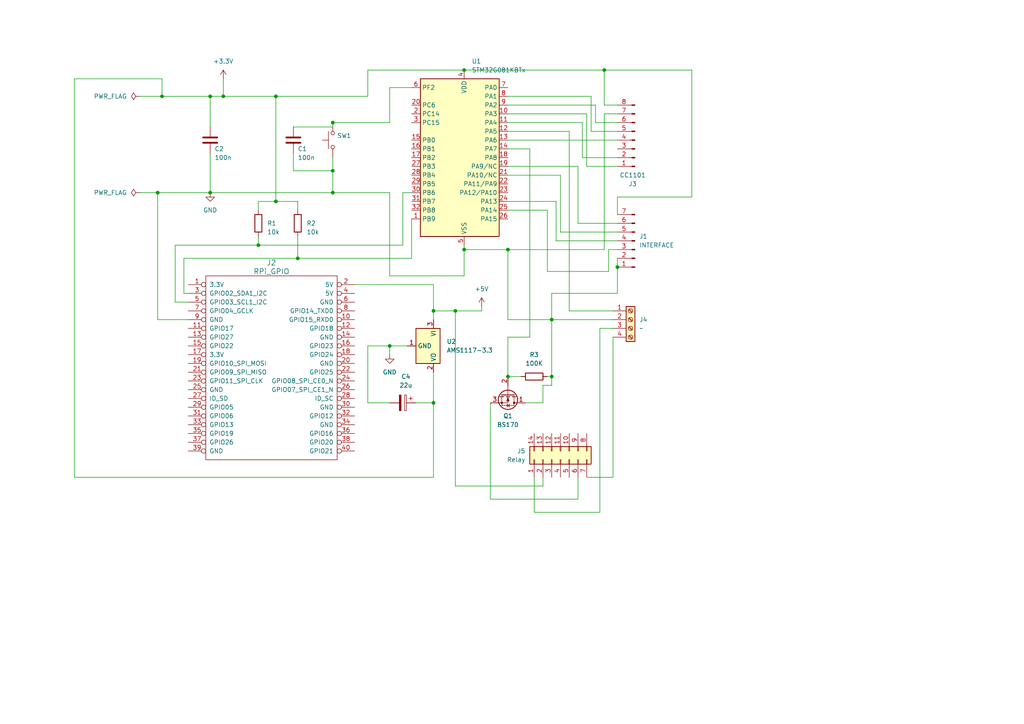
<source format=kicad_sch>
(kicad_sch (version 20230121) (generator eeschema)
  (paper "A4")
  (lib_symbols
    (symbol "C_1" (pin_numbers hide) (pin_names (offset 0.254))
      (property "Reference" "C2" (at 3.81 1.27 0))
      (symbol "C_1_0_1"
        (polyline (pts (xy -2.032 -0.762) (xy 2.032 -0.762)) (stroke (width 0.508)))
        (polyline (pts (xy -2.032 0.762) (xy 2.032 0.762)) (stroke (width 0.508)))
      )
      (symbol "C_1_1_1"
        (pin passive line (at 0 3.81 270) (length 2.794) (name "~") (number "1"))
        (pin passive line (at 0 -3.81 90) (length 2.794) (name "~") (number "2"))
      )
    )
    (symbol "Connector-ML:RPi_GPIO" (pin_names (offset 1.016))
      (property "Reference" "J" (at 19.05 6.35 0))
      (property "Value" "RPi_GPIO" (at 19.05 3.81 0))
      (symbol "RPi_GPIO_0_1"
        (rectangle (start 0 2.54) (end 38.1 -50.8))
      )
      (symbol "RPi_GPIO_1_1"
        (pin power_in inverted (at -5.08 0 0) (length 5.08) (name "3.3V") (number "1"))
        (pin bidirectional inverted (at 43.18 -10.16 180) (length 5.08) (name "GPIO15_RXD0") (number "10"))
        (pin bidirectional inverted (at -5.08 -12.7 0) (length 5.08) (name "GPIO17") (number "11"))
        (pin bidirectional inverted (at 43.18 -12.7 180) (length 5.08) (name "GPIO18") (number "12"))
        (pin bidirectional inverted (at -5.08 -15.24 0) (length 5.08) (name "GPIO27") (number "13"))
        (pin power_in inverted (at 43.18 -15.24 180) (length 5.08) (name "GND") (number "14"))
        (pin bidirectional inverted (at -5.08 -17.78 0) (length 5.08) (name "GPIO22") (number "15"))
        (pin bidirectional inverted (at 43.18 -17.78 180) (length 5.08) (name "GPIO23") (number "16"))
        (pin power_in inverted (at -5.08 -20.32 0) (length 5.08) (name "3.3V") (number "17"))
        (pin bidirectional inverted (at 43.18 -20.32 180) (length 5.08) (name "GPIO24") (number "18"))
        (pin bidirectional inverted (at -5.08 -22.86 0) (length 5.08) (name "GPIO10_SPI_MOSI") (number "19"))
        (pin power_in inverted (at 43.18 0 180) (length 5.08) (name "5V") (number "2"))
        (pin power_in inverted (at 43.18 -22.86 180) (length 5.08) (name "GND") (number "20"))
        (pin bidirectional inverted (at -5.08 -25.4 0) (length 5.08) (name "GPIO09_SPI_MISO") (number "21"))
        (pin bidirectional inverted (at 43.18 -25.4 180) (length 5.08) (name "GPIO25") (number "22"))
        (pin bidirectional inverted (at -5.08 -27.94 0) (length 5.08) (name "GPIO11_SPI_CLK") (number "23"))
        (pin bidirectional inverted (at 43.18 -27.94 180) (length 5.08) (name "GPIO08_SPI_CE0_N") (number "24"))
        (pin power_in inverted (at -5.08 -30.48 0) (length 5.08) (name "GND") (number "25"))
        (pin bidirectional inverted (at 43.18 -30.48 180) (length 5.08) (name "GPIO07_SPI_CE1_N") (number "26"))
        (pin bidirectional inverted (at -5.08 -33.02 0) (length 5.08) (name "ID_SD") (number "27"))
        (pin bidirectional inverted (at 43.18 -33.02 180) (length 5.08) (name "ID_SC") (number "28"))
        (pin bidirectional inverted (at -5.08 -35.56 0) (length 5.08) (name "GPIO05") (number "29"))
        (pin bidirectional inverted (at -5.08 -2.54 0) (length 5.08) (name "GPIO02_SDA1_I2C") (number "3"))
        (pin power_in inverted (at 43.18 -35.56 180) (length 5.08) (name "GND") (number "30"))
        (pin bidirectional inverted (at -5.08 -38.1 0) (length 5.08) (name "GPIO06") (number "31"))
        (pin bidirectional inverted (at 43.18 -38.1 180) (length 5.08) (name "GPIO12") (number "32"))
        (pin bidirectional inverted (at -5.08 -40.64 0) (length 5.08) (name "GPIO13") (number "33"))
        (pin power_in inverted (at 43.18 -40.64 180) (length 5.08) (name "GND") (number "34"))
        (pin bidirectional inverted (at -5.08 -43.18 0) (length 5.08) (name "GPIO19") (number "35"))
        (pin bidirectional inverted (at 43.18 -43.18 180) (length 5.08) (name "GPIO16") (number "36"))
        (pin bidirectional inverted (at -5.08 -45.72 0) (length 5.08) (name "GPIO26") (number "37"))
        (pin bidirectional inverted (at 43.18 -45.72 180) (length 5.08) (name "GPIO20") (number "38"))
        (pin power_in inverted (at -5.08 -48.26 0) (length 5.08) (name "GND") (number "39"))
        (pin power_in inverted (at 43.18 -2.54 180) (length 5.08) (name "5V") (number "4"))
        (pin bidirectional inverted (at 43.18 -48.26 180) (length 5.08) (name "GPIO21") (number "40"))
        (pin bidirectional inverted (at -5.08 -5.08 0) (length 5.08) (name "GPIO03_SCL1_I2C") (number "5"))
        (pin power_in inverted (at 43.18 -5.08 180) (length 5.08) (name "GND") (number "6"))
        (pin bidirectional inverted (at -5.08 -7.62 0) (length 5.08) (name "GPIO04_GCLK") (number "7"))
        (pin bidirectional inverted (at 43.18 -7.62 180) (length 5.08) (name "GPIO14_TXD0") (number "8"))
        (pin power_in inverted (at -5.08 -10.16 0) (length 5.08) (name "GND") (number "9"))
      )
    )
    (symbol "Connector:Conn_01x07_Pin" (pin_names (offset 1.016) hide)
      (property "Reference" "J" (at 0 10.16 0))
      (property "Value" "Conn_01x07_Pin" (at 0 -10.16 0))
      (symbol "Conn_01x07_Pin_1_1"
        (polyline (pts (xy 1.27 -7.62) (xy 0.8636 -7.62)) (stroke (width 0.1524)))
        (polyline (pts (xy 1.27 -5.08) (xy 0.8636 -5.08)) (stroke (width 0.1524)))
        (polyline (pts (xy 1.27 -2.54) (xy 0.8636 -2.54)) (stroke (width 0.1524)))
        (polyline (pts (xy 1.27 0) (xy 0.8636 0)) (stroke (width 0.1524)))
        (polyline (pts (xy 1.27 2.54) (xy 0.8636 2.54)) (stroke (width 0.1524)))
        (polyline (pts (xy 1.27 5.08) (xy 0.8636 5.08)) (stroke (width 0.1524)))
        (polyline (pts (xy 1.27 7.62) (xy 0.8636 7.62)) (stroke (width 0.1524)))
        (rectangle (start 0.8636 -7.493) (end 0 -7.747) (stroke (width 0.1524)) (fill (type outline)))
        (rectangle (start 0.8636 -4.953) (end 0 -5.207) (stroke (width 0.1524)) (fill (type outline)))
        (rectangle (start 0.8636 -2.413) (end 0 -2.667) (stroke (width 0.1524)) (fill (type outline)))
        (rectangle (start 0.8636 0.127) (end 0 -0.127) (stroke (width 0.1524)) (fill (type outline)))
        (rectangle (start 0.8636 2.667) (end 0 2.413) (stroke (width 0.1524)) (fill (type outline)))
        (rectangle (start 0.8636 5.207) (end 0 4.953) (stroke (width 0.1524)) (fill (type outline)))
        (rectangle (start 0.8636 7.747) (end 0 7.493) (stroke (width 0.1524)) (fill (type outline)))
        (pin passive line (at 5.08 7.62 180) (length 3.81) (name "Pin_1") (number "1"))
        (pin passive line (at 5.08 5.08 180) (length 3.81) (name "Pin_2") (number "2"))
        (pin passive line (at 5.08 2.54 180) (length 3.81) (name "Pin_3") (number "3"))
        (pin passive line (at 5.08 0 180) (length 3.81) (name "Pin_4") (number "4"))
        (pin passive line (at 5.08 -2.54 180) (length 3.81) (name "Pin_5") (number "5"))
        (pin passive line (at 5.08 -5.08 180) (length 3.81) (name "Pin_6") (number "6"))
        (pin passive line (at 5.08 -7.62 180) (length 3.81) (name "Pin_7") (number "7"))
      )
    )
    (symbol "Connector:Conn_01x08_Pin" (pin_names (offset 1.016) hide)
      (property "Reference" "J" (at 0 10.16 0))
      (property "Value" "Conn_01x08_Pin" (at 0 -12.7 0))
      (symbol "Conn_01x08_Pin_1_1"
        (polyline (pts (xy 1.27 -10.16) (xy 0.8636 -10.16)) (stroke (width 0.1524)))
        (polyline (pts (xy 1.27 -7.62) (xy 0.8636 -7.62)) (stroke (width 0.1524)))
        (polyline (pts (xy 1.27 -5.08) (xy 0.8636 -5.08)) (stroke (width 0.1524)))
        (polyline (pts (xy 1.27 -2.54) (xy 0.8636 -2.54)) (stroke (width 0.1524)))
        (polyline (pts (xy 1.27 0) (xy 0.8636 0)) (stroke (width 0.1524)))
        (polyline (pts (xy 1.27 2.54) (xy 0.8636 2.54)) (stroke (width 0.1524)))
        (polyline (pts (xy 1.27 5.08) (xy 0.8636 5.08)) (stroke (width 0.1524)))
        (polyline (pts (xy 1.27 7.62) (xy 0.8636 7.62)) (stroke (width 0.1524)))
        (rectangle (start 0.8636 -10.033) (end 0 -10.287) (stroke (width 0.1524)) (fill (type outline)))
        (rectangle (start 0.8636 -7.493) (end 0 -7.747) (stroke (width 0.1524)) (fill (type outline)))
        (rectangle (start 0.8636 -4.953) (end 0 -5.207) (stroke (width 0.1524)) (fill (type outline)))
        (rectangle (start 0.8636 -2.413) (end 0 -2.667) (stroke (width 0.1524)) (fill (type outline)))
        (rectangle (start 0.8636 0.127) (end 0 -0.127) (stroke (width 0.1524)) (fill (type outline)))
        (rectangle (start 0.8636 2.667) (end 0 2.413) (stroke (width 0.1524)) (fill (type outline)))
        (rectangle (start 0.8636 5.207) (end 0 4.953) (stroke (width 0.1524)) (fill (type outline)))
        (rectangle (start 0.8636 7.747) (end 0 7.493) (stroke (width 0.1524)) (fill (type outline)))
        (pin passive line (at 5.08 7.62 180) (length 3.81) (name "Pin_1") (number "1"))
        (pin passive line (at 5.08 5.08 180) (length 3.81) (name "Pin_2") (number "2"))
        (pin passive line (at 5.08 2.54 180) (length 3.81) (name "Pin_3") (number "3"))
        (pin passive line (at 5.08 0 180) (length 3.81) (name "Pin_4") (number "4"))
        (pin passive line (at 5.08 -2.54 180) (length 3.81) (name "Pin_5") (number "5"))
        (pin passive line (at 5.08 -5.08 180) (length 3.81) (name "Pin_6") (number "6"))
        (pin passive line (at 5.08 -7.62 180) (length 3.81) (name "Pin_7") (number "7"))
        (pin passive line (at 5.08 -10.16 180) (length 3.81) (name "Pin_8") (number "8"))
      )
    )
    (symbol "Connector:Screw_Terminal_01x04" (pin_names (offset 1.016) hide)
      (property "Reference" "J" (at 0 5.08 0))
      (property "Value" "Screw_Terminal_01x04" (at 0 -7.62 0))
      (symbol "Screw_Terminal_01x04_1_1"
        (rectangle (start -1.27 3.81) (end 1.27 -6.35) (stroke (width 0.254)) (fill (type background)))
        (circle (center 0 -5.08) (radius 0.635) (stroke (width 0.1524)))
        (circle (center 0 -2.54) (radius 0.635) (stroke (width 0.1524)))
        (polyline (pts (xy -0.5334 -4.7498) (xy 0.3302 -5.588)) (stroke (width 0.1524)))
        (polyline (pts (xy -0.5334 -2.2098) (xy 0.3302 -3.048)) (stroke (width 0.1524)))
        (polyline (pts (xy -0.5334 0.3302) (xy 0.3302 -0.508)) (stroke (width 0.1524)))
        (polyline (pts (xy -0.5334 2.8702) (xy 0.3302 2.032)) (stroke (width 0.1524)))
        (polyline (pts (xy -0.3556 -4.572) (xy 0.508 -5.4102)) (stroke (width 0.1524)))
        (polyline (pts (xy -0.3556 -2.032) (xy 0.508 -2.8702)) (stroke (width 0.1524)))
        (polyline (pts (xy -0.3556 0.508) (xy 0.508 -0.3302)) (stroke (width 0.1524)))
        (polyline (pts (xy -0.3556 3.048) (xy 0.508 2.2098)) (stroke (width 0.1524)))
        (circle (center 0 0) (radius 0.635) (stroke (width 0.1524)))
        (circle (center 0 2.54) (radius 0.635) (stroke (width 0.1524)))
        (pin passive line (at -5.08 2.54 0) (length 3.81) (name "Pin_1") (number "1"))
        (pin passive line (at -5.08 0 0) (length 3.81) (name "Pin_2") (number "2"))
        (pin passive line (at -5.08 -2.54 0) (length 3.81) (name "Pin_3") (number "3"))
        (pin passive line (at -5.08 -5.08 0) (length 3.81) (name "Pin_4") (number "4"))
      )
    )
    (symbol "Connector_Generic:Conn_02x07_Counter_Clockwise" (pin_names (offset 1.016) hide)
      (property "Reference" "J" (at 1.27 10.16 0))
      (property "Value" "Conn_02x07_Counter_Clockwise" (at 1.27 -10.16 0))
      (symbol "Conn_02x07_Counter_Clockwise_1_1"
        (rectangle (start -1.27 -7.493) (end 0 -7.747) (stroke (width 0.1524)))
        (rectangle (start -1.27 -4.953) (end 0 -5.207) (stroke (width 0.1524)))
        (rectangle (start -1.27 -2.413) (end 0 -2.667) (stroke (width 0.1524)))
        (rectangle (start -1.27 0.127) (end 0 -0.127) (stroke (width 0.1524)))
        (rectangle (start -1.27 2.667) (end 0 2.413) (stroke (width 0.1524)))
        (rectangle (start -1.27 5.207) (end 0 4.953) (stroke (width 0.1524)))
        (rectangle (start -1.27 7.747) (end 0 7.493) (stroke (width 0.1524)))
        (rectangle (start -1.27 8.89) (end 3.81 -8.89) (stroke (width 0.254)) (fill (type background)))
        (rectangle (start 3.81 -7.493) (end 2.54 -7.747) (stroke (width 0.1524)))
        (rectangle (start 3.81 -4.953) (end 2.54 -5.207) (stroke (width 0.1524)))
        (rectangle (start 3.81 -2.413) (end 2.54 -2.667) (stroke (width 0.1524)))
        (rectangle (start 3.81 0.127) (end 2.54 -0.127) (stroke (width 0.1524)))
        (rectangle (start 3.81 2.667) (end 2.54 2.413) (stroke (width 0.1524)))
        (rectangle (start 3.81 5.207) (end 2.54 4.953) (stroke (width 0.1524)))
        (rectangle (start 3.81 7.747) (end 2.54 7.493) (stroke (width 0.1524)))
        (pin passive line (at -5.08 7.62 0) (length 3.81) (name "Pin_1") (number "1"))
        (pin passive line (at 7.62 -2.54 180) (length 3.81) (name "Pin_10") (number "10"))
        (pin passive line (at 7.62 0 180) (length 3.81) (name "Pin_11") (number "11"))
        (pin passive line (at 7.62 2.54 180) (length 3.81) (name "Pin_12") (number "12"))
        (pin passive line (at 7.62 5.08 180) (length 3.81) (name "Pin_13") (number "13"))
        (pin passive line (at 7.62 7.62 180) (length 3.81) (name "Pin_14") (number "14"))
        (pin passive line (at -5.08 5.08 0) (length 3.81) (name "Pin_2") (number "2"))
        (pin passive line (at -5.08 2.54 0) (length 3.81) (name "Pin_3") (number "3"))
        (pin passive line (at -5.08 0 0) (length 3.81) (name "Pin_4") (number "4"))
        (pin passive line (at -5.08 -2.54 0) (length 3.81) (name "Pin_5") (number "5"))
        (pin passive line (at -5.08 -5.08 0) (length 3.81) (name "Pin_6") (number "6"))
        (pin passive line (at -5.08 -7.62 0) (length 3.81) (name "Pin_7") (number "7"))
        (pin passive line (at 7.62 -7.62 180) (length 3.81) (name "Pin_8") (number "8"))
        (pin passive line (at 7.62 -5.08 180) (length 3.81) (name "Pin_9") (number "9"))
      )
    )
    (symbol "Device:C" (pin_numbers hide) (pin_names (offset 0.254))
      (property "Reference" "C" (at 0.635 2.54 0))
      (property "Value" "C" (at 0.635 -2.54 0))
      (symbol "C_0_1"
        (polyline (pts (xy -2.032 -0.762) (xy 2.032 -0.762)) (stroke (width 0.508)))
        (polyline (pts (xy -2.032 0.762) (xy 2.032 0.762)) (stroke (width 0.508)))
      )
      (symbol "C_1_1"
        (pin passive line (at 0 3.81 270) (length 2.794) (name "~") (number "1"))
        (pin passive line (at 0 -3.81 90) (length 2.794) (name "~") (number "2"))
      )
    )
    (symbol "Device:C_Polarized" (pin_numbers hide) (pin_names (offset 0.254))
      (property "Reference" "C" (at 0.635 2.54 0))
      (property "Value" "C_Polarized" (at 0.635 -2.54 0))
      (symbol "C_Polarized_0_1"
        (rectangle (start -2.286 0.508) (end 2.286 1.016))
        (polyline (pts (xy -1.778 2.286) (xy -0.762 2.286)))
        (polyline (pts (xy -1.27 2.794) (xy -1.27 1.778)))
        (rectangle (start 2.286 -0.508) (end -2.286 -1.016) (fill (type outline)))
      )
      (symbol "C_Polarized_1_1"
        (pin passive line (at 0 3.81 270) (length 2.794) (name "~") (number "1"))
        (pin passive line (at 0 -3.81 90) (length 2.794) (name "~") (number "2"))
      )
    )
    (symbol "Device:R" (pin_numbers hide) (pin_names (offset 0))
      (property "Reference" "R" (at 2.032 0 90))
      (property "Value" "R" (at 0 0 90))
      (symbol "R_0_1"
        (rectangle (start -1.016 -2.54) (end 1.016 2.54) (stroke (width 0.254)))
      )
      (symbol "R_1_1"
        (pin passive line (at 0 3.81 270) (length 1.27) (name "~") (number "1"))
        (pin passive line (at 0 -3.81 90) (length 1.27) (name "~") (number "2"))
      )
    )
    (symbol "MCU_ST_STM32G0:STM32G081KBTx"
      (property "Reference" "U" (at -10.16 24.13 0))
      (property "Value" "STM32G081KBTx" (at 5.08 24.13 0))
      (symbol "STM32G081KBTx_0_1"
        (rectangle (start -10.16 -22.86) (end 12.7 22.86) (stroke (width 0.254)) (fill (type background)))
      )
      (symbol "STM32G081KBTx_1_1"
        (pin bidirectional line (at -12.7 -17.78 0) (length 2.54) (name "PB9") (number "1"))
        (pin bidirectional line (at 15.24 12.7 180) (length 2.54) (name "PA3") (number "10"))
        (pin bidirectional line (at 15.24 10.16 180) (length 2.54) (name "PA4") (number "11"))
        (pin bidirectional line (at 15.24 7.62 180) (length 2.54) (name "PA5") (number "12"))
        (pin bidirectional line (at 15.24 5.08 180) (length 2.54) (name "PA6") (number "13"))
        (pin bidirectional line (at 15.24 2.54 180) (length 2.54) (name "PA7") (number "14"))
        (pin bidirectional line (at -12.7 5.08 0) (length 2.54) (name "PB0") (number "15"))
        (pin bidirectional line (at -12.7 2.54 0) (length 2.54) (name "PB1") (number "16"))
        (pin bidirectional line (at -12.7 0 0) (length 2.54) (name "PB2") (number "17"))
        (pin bidirectional line (at 15.24 0 180) (length 2.54) (name "PA8") (number "18"))
        (pin bidirectional line (at 15.24 -2.54 180) (length 2.54) (name "PA9/NC") (number "19"))
        (pin bidirectional line (at -12.7 12.7 0) (length 2.54) (name "PC14") (number "2"))
        (pin bidirectional line (at -12.7 15.24 0) (length 2.54) (name "PC6") (number "20"))
        (pin bidirectional line (at 15.24 -5.08 180) (length 2.54) (name "PA10/NC") (number "21"))
        (pin bidirectional line (at 15.24 -7.62 180) (length 2.54) (name "PA11/PA9") (number "22"))
        (pin bidirectional line (at 15.24 -10.16 180) (length 2.54) (name "PA12/PA10") (number "23"))
        (pin bidirectional line (at 15.24 -12.7 180) (length 2.54) (name "PA13") (number "24"))
        (pin bidirectional line (at 15.24 -15.24 180) (length 2.54) (name "PA14") (number "25"))
        (pin bidirectional line (at 15.24 -17.78 180) (length 2.54) (name "PA15") (number "26"))
        (pin bidirectional line (at -12.7 -2.54 0) (length 2.54) (name "PB3") (number "27"))
        (pin bidirectional line (at -12.7 -5.08 0) (length 2.54) (name "PB4") (number "28"))
        (pin bidirectional line (at -12.7 -7.62 0) (length 2.54) (name "PB5") (number "29"))
        (pin bidirectional line (at -12.7 10.16 0) (length 2.54) (name "PC15") (number "3"))
        (pin bidirectional line (at -12.7 -10.16 0) (length 2.54) (name "PB6") (number "30"))
        (pin bidirectional line (at -12.7 -12.7 0) (length 2.54) (name "PB7") (number "31"))
        (pin bidirectional line (at -12.7 -15.24 0) (length 2.54) (name "PB8") (number "32"))
        (pin power_in line (at 2.54 25.4 270) (length 2.54) (name "VDD") (number "4"))
        (pin power_in line (at 2.54 -25.4 90) (length 2.54) (name "VSS") (number "5"))
        (pin bidirectional line (at -12.7 20.32 0) (length 2.54) (name "PF2") (number "6"))
        (pin bidirectional line (at 15.24 20.32 180) (length 2.54) (name "PA0") (number "7"))
        (pin bidirectional line (at 15.24 17.78 180) (length 2.54) (name "PA1") (number "8"))
        (pin bidirectional line (at 15.24 15.24 180) (length 2.54) (name "PA2") (number "9"))
      )
    )
    (symbol "Regulator_Linear:AMS1117-3.3"
      (property "Reference" "U" (at -3.81 3.175 0))
      (property "Value" "AMS1117-3.3" (at 0 3.175 0))
      (symbol "AMS1117-3.3_0_1"
        (rectangle (start -5.08 -5.08) (end 5.08 1.905) (stroke (width 0.254)) (fill (type background)))
      )
      (symbol "AMS1117-3.3_1_1"
        (pin power_in line (at 0 -7.62 90) (length 2.54) (name "GND") (number "1"))
        (pin power_out line (at 7.62 0 180) (length 2.54) (name "VO") (number "2"))
        (pin power_in line (at -7.62 0 0) (length 2.54) (name "VI") (number "3"))
      )
    )
    (symbol "Switch:SW_Push" (pin_numbers hide) (pin_names (offset 1.016) hide)
      (property "Reference" "SW" (at 1.27 2.54 0))
      (property "Value" "SW_Push" (at 0 -1.524 0))
      (symbol "SW_Push_0_1"
        (circle (center -2.032 0) (radius 0.508))
        (polyline (pts (xy 0 1.27) (xy 0 3.048)))
        (polyline (pts (xy 2.54 1.27) (xy -2.54 1.27)))
        (circle (center 2.032 0) (radius 0.508))
        (pin passive line (at -5.08 0 0) (length 2.54) (name "1") (number "1"))
        (pin passive line (at 5.08 0 180) (length 2.54) (name "2") (number "2"))
      )
    )
    (symbol "Transistor_FET:BS170" (pin_names hide)
      (property "Reference" "Q" (at 5.08 1.905 0))
      (property "Value" "BS170" (at 5.08 0 0))
      (symbol "BS170_0_1"
        (polyline (pts (xy 0.254 0) (xy -2.54 0)))
        (polyline (pts (xy 0.254 1.905) (xy 0.254 -1.905)) (stroke (width 0.254)))
        (polyline (pts (xy 0.762 -1.27) (xy 0.762 -2.286)) (stroke (width 0.254)))
        (polyline (pts (xy 0.762 0.508) (xy 0.762 -0.508)) (stroke (width 0.254)))
        (polyline (pts (xy 0.762 2.286) (xy 0.762 1.27)) (stroke (width 0.254)))
        (polyline (pts (xy 2.54 2.54) (xy 2.54 1.778)))
        (polyline (pts (xy 2.54 -2.54) (xy 2.54 0) (xy 0.762 0)))
        (polyline (pts (xy 0.762 -1.778) (xy 3.302 -1.778) (xy 3.302 1.778) (xy 0.762 1.778)))
        (polyline (pts (xy 1.016 0) (xy 2.032 0.381) (xy 2.032 -0.381) (xy 1.016 0)) (fill (type outline)))
        (polyline (pts (xy 2.794 0.508) (xy 2.921 0.381) (xy 3.683 0.381) (xy 3.81 0.254)))
        (polyline (pts (xy 3.302 0.381) (xy 2.921 -0.254) (xy 3.683 -0.254) (xy 3.302 0.381)))
        (circle (center 1.651 0) (radius 2.794) (stroke (width 0.254)))
        (circle (center 2.54 -1.778) (radius 0.254) (fill (type outline)))
        (circle (center 2.54 1.778) (radius 0.254) (fill (type outline)))
      )
      (symbol "BS170_1_1"
        (pin passive line (at 2.54 5.08 270) (length 2.54) (name "D") (number "1"))
        (pin input line (at -5.08 0 0) (length 2.54) (name "G") (number "2"))
        (pin passive line (at 2.54 -5.08 90) (length 2.54) (name "S") (number "3"))
      )
    )
    (symbol "power:+3.3V" (power) (pin_names (offset 0))
      (property "Value" "+3.3V" (at 0 3.556 0))
      (symbol "+3.3V_0_1"
        (polyline (pts (xy -0.762 1.27) (xy 0 2.54)))
        (polyline (pts (xy 0 0) (xy 0 2.54)))
        (polyline (pts (xy 0 2.54) (xy 0.762 1.27)))
      )
      (symbol "+3.3V_1_1"
        (pin power_in line (at 0 0 90) (length 0) hide (name "+3.3V") (number "1"))
      )
    )
    (symbol "power:+5V" (power) (pin_names (offset 0))
      (property "Value" "+5V" (at 0 3.556 0))
      (symbol "+5V_0_1"
        (polyline (pts (xy -0.762 1.27) (xy 0 2.54)))
        (polyline (pts (xy 0 0) (xy 0 2.54)))
        (polyline (pts (xy 0 2.54) (xy 0.762 1.27)))
      )
      (symbol "+5V_1_1"
        (pin power_in line (at 0 0 90) (length 0) hide (name "+5V") (number "1"))
      )
    )
    (symbol "power:GND" (power) (pin_names (offset 0))
      (property "Value" "GND" (at 0 -3.81 0))
      (symbol "GND_0_1"
        (polyline (pts (xy 0 0) (xy 0 -1.27) (xy 1.27 -1.27) (xy 0 -2.54) (xy -1.27 -1.27) (xy 0 -1.27)))
      )
      (symbol "GND_1_1"
        (pin power_in line (at 0 0 270) (length 0) hide (name "GND") (number "1"))
      )
    )
    (symbol "power:PWR_FLAG" (power) (pin_numbers hide) (pin_names (offset 0) hide)
      (property "Value" "PWR_FLAG" (at 0 3.81 0))
      (symbol "PWR_FLAG_0_0"
        (pin power_out line (at 0 0 90) (length 0) (name "pwr") (number "1"))
      )
      (symbol "PWR_FLAG_0_1"
        (polyline (pts (xy 0 0) (xy 0 1.27) (xy -1.016 1.905) (xy 0 2.54) (xy 1.016 1.905) (xy 0 1.27)))
      )
    )
  )
  (junction (at 179.07 77.47))
  (junction (at 60.96 55.88))
  (junction (at 160.02 109.22))
  (junction (at 86.36 74.93))
  (junction (at 147.32 109.22))
  (junction (at 96.52 49.53))
  (junction (at 134.62 20.32))
  (junction (at 45.72 55.88))
  (junction (at 46.99 27.94))
  (junction (at 160.02 92.71))
  (junction (at 147.32 72.39))
  (junction (at 125.73 116.84))
  (junction (at 113.03 100.33))
  (junction (at 74.93 71.12))
  (junction (at 64.77 27.94))
  (junction (at 125.73 90.17))
  (junction (at 132.08 90.17))
  (junction (at 80.01 27.94))
  (junction (at 175.26 20.32))
  (junction (at 60.96 27.94))
  (junction (at 134.62 72.39))
  (junction (at 80.01 58.42))
  (junction (at 96.52 55.88))
  (junction (at 96.52 35.56))
  (wire (pts (xy 173.99 148.59) (xy 173.99 95.25)))
  (wire (pts (xy 113.03 35.56) (xy 113.03 25.4)))
  (wire (pts (xy 161.29 69.85) (xy 179.07 69.85)))
  (wire (pts (xy 113.03 80.01) (xy 134.62 80.01)))
  (wire (pts (xy 179.07 72.39) (xy 176.53 72.39)))
  (wire (pts (xy 157.48 111.76) (xy 160.02 111.76)))
  (wire (pts (xy 132.08 140.97) (xy 132.08 90.17)))
  (wire (pts (xy 172.72 30.48) (xy 172.72 35.56)))
  (wire (pts (xy 54.61 87.63) (xy 50.8 87.63)))
  (wire (pts (xy 175.26 30.48) (xy 179.07 30.48)))
  (wire (pts (xy 106.68 116.84) (xy 106.68 100.33)))
  (wire (pts (xy 154.94 138.43) (xy 154.94 148.59)))
  (wire (pts (xy 147.32 97.79) (xy 153.67 97.79)))
  (wire (pts (xy 147.32 72.39) (xy 147.32 92.71)))
  (wire (pts (xy 171.45 38.1) (xy 179.07 38.1)))
  (wire (pts (xy 125.73 138.43) (xy 21.59 138.43)))
  (wire (pts (xy 147.32 72.39) (xy 175.26 72.39)))
  (wire (pts (xy 171.45 27.94) (xy 171.45 38.1)))
  (wire (pts (xy 147.32 109.22) (xy 147.32 97.79)))
  (wire (pts (xy 116.84 55.88) (xy 119.38 55.88)))
  (wire (pts (xy 96.52 45.72) (xy 96.52 49.53)))
  (wire (pts (xy 45.72 92.71) (xy 45.72 55.88)))
  (wire (pts (xy 152.4 116.84) (xy 157.48 116.84)))
  (wire (pts (xy 168.91 35.56) (xy 168.91 45.72)))
  (wire (pts (xy 46.99 22.86) (xy 46.99 27.94)))
  (wire (pts (xy 64.77 27.94) (xy 80.01 27.94)))
  (wire (pts (xy 60.96 44.45) (xy 60.96 55.88)))
  (wire (pts (xy 106.68 100.33) (xy 113.03 100.33)))
  (wire (pts (xy 125.73 90.17) (xy 132.08 90.17)))
  (wire (pts (xy 86.36 68.58) (xy 86.36 74.93)))
  (wire (pts (xy 45.72 55.88) (xy 60.96 55.88)))
  (wire (pts (xy 50.8 71.12) (xy 74.93 71.12)))
  (wire (pts (xy 179.07 62.23) (xy 179.07 57.15)))
  (wire (pts (xy 161.29 58.42) (xy 161.29 69.85)))
  (wire (pts (xy 96.52 35.56) (xy 113.03 35.56)))
  (wire (pts (xy 54.61 92.71) (xy 45.72 92.71)))
  (wire (pts (xy 60.96 27.94) (xy 60.96 36.83)))
  (wire (pts (xy 40.64 55.88) (xy 45.72 55.88)))
  (wire (pts (xy 125.73 107.95) (xy 125.73 116.84)))
  (wire (pts (xy 80.01 58.42) (xy 86.36 58.42)))
  (wire (pts (xy 86.36 74.93) (xy 119.38 74.93)))
  (wire (pts (xy 106.68 20.32) (xy 134.62 20.32)))
  (wire (pts (xy 167.64 48.26) (xy 147.32 48.26)))
  (wire (pts (xy 158.75 60.96) (xy 147.32 60.96)))
  (wire (pts (xy 147.32 43.18) (xy 153.67 43.18)))
  (wire (pts (xy 147.32 27.94) (xy 171.45 27.94)))
  (wire (pts (xy 125.73 82.55) (xy 125.73 90.17)))
  (wire (pts (xy 179.07 64.77) (xy 167.64 64.77)))
  (wire (pts (xy 158.75 78.74) (xy 158.75 60.96)))
  (wire (pts (xy 165.1 38.1) (xy 165.1 90.17)))
  (wire (pts (xy 134.62 20.32) (xy 175.26 20.32)))
  (wire (pts (xy 74.93 58.42) (xy 80.01 58.42)))
  (wire (pts (xy 147.32 109.22) (xy 151.13 109.22)))
  (wire (pts (xy 160.02 85.09) (xy 160.02 92.71)))
  (wire (pts (xy 147.32 35.56) (xy 168.91 35.56)))
  (wire (pts (xy 176.53 78.74) (xy 158.75 78.74)))
  (wire (pts (xy 179.07 77.47) (xy 179.07 85.09)))
  (wire (pts (xy 132.08 90.17) (xy 139.7 90.17)))
  (wire (pts (xy 147.32 33.02) (xy 170.18 33.02)))
  (wire (pts (xy 116.84 71.12) (xy 116.84 55.88)))
  (wire (pts (xy 142.24 144.78) (xy 167.64 144.78)))
  (wire (pts (xy 179.07 57.15) (xy 200.66 57.15)))
  (wire (pts (xy 134.62 72.39) (xy 134.62 71.12)))
  (wire (pts (xy 157.48 140.97) (xy 132.08 140.97)))
  (wire (pts (xy 60.96 55.88) (xy 96.52 55.88)))
  (wire (pts (xy 113.03 102.87) (xy 113.03 100.33)))
  (wire (pts (xy 170.18 33.02) (xy 170.18 48.26)))
  (wire (pts (xy 125.73 116.84) (xy 125.73 138.43)))
  (wire (pts (xy 176.53 72.39) (xy 176.53 78.74)))
  (wire (pts (xy 113.03 55.88) (xy 113.03 80.01)))
  (wire (pts (xy 86.36 58.42) (xy 86.36 60.96)))
  (wire (pts (xy 147.32 40.64) (xy 179.07 40.64)))
  (wire (pts (xy 153.67 97.79) (xy 153.67 43.18)))
  (wire (pts (xy 86.36 74.93) (xy 53.34 74.93)))
  (wire (pts (xy 53.34 74.93) (xy 53.34 85.09)))
  (wire (pts (xy 46.99 27.94) (xy 60.96 27.94)))
  (wire (pts (xy 80.01 27.94) (xy 106.68 27.94)))
  (wire (pts (xy 154.94 148.59) (xy 173.99 148.59)))
  (wire (pts (xy 113.03 25.4) (xy 119.38 25.4)))
  (wire (pts (xy 147.32 30.48) (xy 172.72 30.48)))
  (wire (pts (xy 134.62 72.39) (xy 147.32 72.39)))
  (wire (pts (xy 134.62 80.01) (xy 134.62 72.39)))
  (wire (pts (xy 102.87 82.55) (xy 125.73 82.55)))
  (wire (pts (xy 168.91 45.72) (xy 179.07 45.72)))
  (wire (pts (xy 147.32 58.42) (xy 161.29 58.42)))
  (wire (pts (xy 170.18 138.43) (xy 177.8 138.43)))
  (wire (pts (xy 179.07 67.31) (xy 162.56 67.31)))
  (wire (pts (xy 60.96 27.94) (xy 64.77 27.94)))
  (wire (pts (xy 80.01 27.94) (xy 80.01 58.42)))
  (wire (pts (xy 170.18 48.26) (xy 179.07 48.26)))
  (wire (pts (xy 74.93 68.58) (xy 74.93 71.12)))
  (wire (pts (xy 200.66 20.32) (xy 175.26 20.32)))
  (wire (pts (xy 119.38 74.93) (xy 119.38 63.5)))
  (wire (pts (xy 142.24 116.84) (xy 142.24 144.78)))
  (wire (pts (xy 167.64 64.77) (xy 167.64 48.26)))
  (wire (pts (xy 120.65 116.84) (xy 125.73 116.84)))
  (wire (pts (xy 85.09 44.45) (xy 85.09 49.53)))
  (wire (pts (xy 200.66 57.15) (xy 200.66 20.32)))
  (wire (pts (xy 173.99 95.25) (xy 177.8 95.25)))
  (wire (pts (xy 113.03 100.33) (xy 118.11 100.33)))
  (wire (pts (xy 50.8 87.63) (xy 50.8 71.12)))
  (wire (pts (xy 96.52 55.88) (xy 113.03 55.88)))
  (wire (pts (xy 85.09 49.53) (xy 96.52 49.53)))
  (wire (pts (xy 21.59 22.86) (xy 21.59 138.43)))
  (wire (pts (xy 175.26 33.02) (xy 179.07 33.02)))
  (wire (pts (xy 179.07 85.09) (xy 160.02 85.09)))
  (wire (pts (xy 96.52 49.53) (xy 96.52 55.88)))
  (wire (pts (xy 106.68 27.94) (xy 106.68 20.32)))
  (wire (pts (xy 160.02 111.76) (xy 160.02 109.22)))
  (wire (pts (xy 147.32 38.1) (xy 165.1 38.1)))
  (wire (pts (xy 160.02 109.22) (xy 160.02 92.71)))
  (wire (pts (xy 162.56 67.31) (xy 162.56 50.8)))
  (wire (pts (xy 85.09 36.83) (xy 96.52 36.83)))
  (wire (pts (xy 113.03 116.84) (xy 106.68 116.84)))
  (wire (pts (xy 147.32 92.71) (xy 160.02 92.71)))
  (wire (pts (xy 175.26 72.39) (xy 175.26 33.02)))
  (wire (pts (xy 162.56 50.8) (xy 147.32 50.8)))
  (wire (pts (xy 167.64 144.78) (xy 167.64 138.43)))
  (wire (pts (xy 74.93 71.12) (xy 116.84 71.12)))
  (wire (pts (xy 179.07 74.93) (xy 179.07 77.47)))
  (wire (pts (xy 165.1 90.17) (xy 177.8 90.17)))
  (wire (pts (xy 53.34 85.09) (xy 54.61 85.09)))
  (wire (pts (xy 139.7 90.17) (xy 139.7 88.9)))
  (wire (pts (xy 172.72 35.56) (xy 179.07 35.56)))
  (wire (pts (xy 177.8 138.43) (xy 177.8 97.79)))
  (wire (pts (xy 157.48 116.84) (xy 157.48 111.76)))
  (wire (pts (xy 125.73 90.17) (xy 125.73 92.71)))
  (wire (pts (xy 157.48 138.43) (xy 157.48 140.97)))
  (wire (pts (xy 96.52 36.83) (xy 96.52 35.56)))
  (wire (pts (xy 74.93 60.96) (xy 74.93 58.42)))
  (wire (pts (xy 158.75 109.22) (xy 160.02 109.22)))
  (wire (pts (xy 21.59 22.86) (xy 46.99 22.86)))
  (wire (pts (xy 40.64 27.94) (xy 46.99 27.94)))
  (wire (pts (xy 64.77 22.86) (xy 64.77 27.94)))
  (wire (pts (xy 175.26 20.32) (xy 175.26 30.48)))
  (wire (pts (xy 160.02 92.71) (xy 177.8 92.71)))
  (symbol (lib_id "Connector-ML:RPi_GPIO") (at 59.69 82.55 0) (unit 1)
    (property "Reference" "J2" (at 78.74 76.2 0) (effects (font (size 1.524 1.524))))
    (property "Value" "RPi_GPIO" (at 78.74 78.74 0) (effects (font (size 1.524 1.524))))
    (property "Footprint" "Connector_PinSocket_2.54mm:PinSocket_2x20_P2.54mm_Vertical" (effects hide))
  )
  (symbol (lib_id "Device:R") (at 74.93 64.77 0) (unit 1)
    (property "Reference" "R1" (at 77.47 64.77 0) (effects (justify left)))
    (property "Value" "10k" (at 77.47 67.31 0) (effects (justify left)))
    (property "Footprint" "Resistor_SMD:R_1206_3216Metric" (effects hide))
  )
  (symbol (lib_id "power:+5V") (at 139.7 88.9 0) (unit 1)
    (property "Reference" "#PWR05" (effects hide))
    (property "Value" "+5V" (at 139.7 83.82 0))
  )
  (symbol (lib_id "Device:R") (at 86.36 64.77 0) (unit 1)
    (property "Reference" "R2" (at 88.9 64.77 0) (effects (justify left)))
    (property "Value" "10k" (at 88.9 67.31 0) (effects (justify left)))
    (property "Footprint" "Resistor_SMD:R_1206_3216Metric" (effects hide))
  )
  (symbol (lib_id "power:GND") (at 60.96 55.88 0) (unit 1)
    (property "Reference" "#PWR02" (effects hide))
    (property "Value" "GND" (at 60.96 60.96 0))
  )
  (symbol (lib_id "power:GND") (at 113.03 102.87 0) (unit 1)
    (property "Reference" "#PWR03" (effects hide))
    (property "Value" "GND" (at 113.03 107.95 0))
  )
  (symbol (lib_id "MCU_ST_STM32G0:STM32G081KBTx") (at 132.08 45.72 0) (unit 1)
    (property "Reference" "U1" (at 136.8141 17.78 0) (effects (justify left)))
    (property "Value" "STM32G081KBTx" (at 136.8141 20.32 0) (effects (justify left)))
    (property "Footprint" "Package_QFP:LQFP-32_7x7mm_P0.8mm" (effects hide))
    (property "Datasheet" "https://www.st.com/resource/en/datasheet/stm32g081kb.pdf" (effects hide))
  )
  (symbol (lib_id "Transistor_FET:BS170") (at 147.32 114.3 270) (unit 1)
    (property "Reference" "Q1" (at 147.32 120.65 90))
    (property "Value" "BS170" (at 147.32 123.19 90))
    (property "Footprint" "Package_TO_SOT_THT:TO-92_Inline" (effects hide))
    (property "Datasheet" "https://www.onsemi.com/pub/Collateral/BS170-D.PDF" (effects hide))
  )
  (symbol (lib_id "Connector:Screw_Terminal_01x04") (at 182.88 92.71 0) (unit 1)
    (property "Reference" "J4" (at 185.42 92.71 0) (effects (justify left)))
    (property "Value" "~" (at 185.42 95.25 0) (effects (justify left)))
    (property "Footprint" "TerminalBlock_TE-Connectivity:TerminalBlock_TE_282834-4_1x04_P2.54mm_Horizontal" (effects hide))
  )
  (symbol (lib_id "Connector:Conn_01x08_Pin") (at 184.15 40.64 180) (unit 1)
    (property "Reference" "J3" (at 183.515 53.34 0))
    (property "Value" "CC1101" (at 183.515 50.8 0))
    (property "Footprint" "Connector_PinSocket_2.00mm:PinSocket_1x08_P2.00mm_Vertical" (effects hide))
  )
  (symbol (lib_id "Device:C_Polarized") (at 116.84 116.84 270) (unit 1)
    (property "Reference" "C4" (at 117.729 109.22 90))
    (property "Value" "22u" (at 117.729 111.76 90))
    (property "Footprint" "Capacitor_THT:CP_Radial_D5.0mm_P2.00mm" (effects hide))
  )
  (symbol (lib_id "Device:R") (at 154.94 109.22 90) (unit 1)
    (property "Reference" "R3" (at 154.94 102.87 90))
    (property "Value" "100K" (at 154.94 105.41 90))
    (property "Footprint" "Resistor_SMD:R_1206_3216Metric" (effects hide))
  )
  (symbol (lib_id "Connector_Generic:Conn_02x07_Counter_Clockwise") (at 162.56 133.35 90) (unit 1)
    (property "Reference" "J5" (at 152.4 130.81 90) (effects (justify left)))
    (property "Value" "Relay" (at 152.4 133.35 90) (effects (justify left)))
    (property "Footprint" "Package_DIP:CERDIP-14_W7.62mm_SideBrazed" (effects hide))
  )
  (symbol (lib_id "power:PWR_FLAG") (at 40.64 55.88 90) (unit 1)
    (property "Reference" "#FLG02" (effects hide))
    (property "Value" "PWR_FLAG" (at 36.83 55.88 90) (effects (justify left)))
  )
  (symbol (lib_id "power:+3.3V") (at 64.77 22.86 0) (unit 1)
    (property "Reference" "#PWR04" (effects hide))
    (property "Value" "+3.3V" (at 64.77 17.78 0))
  )
  (symbol (lib_id "Switch:SW_Push") (at 96.52 40.64 90) (unit 1)
    (property "Reference" "SW1" (at 97.79 39.37 90) (effects (justify right)))
    (property "Value" "SW_Push" (effects hide))
    (property "Footprint" "Button_Switch_SMD:SW_Tactile_SPST_NO_Straight_CK_PTS636Sx25SMTRLFS" (effects hide))
  )
  (symbol (lib_id "Connector:Conn_01x07_Pin") (at 184.15 69.85 180) (unit 1)
    (property "Reference" "J1" (at 185.42 68.58 0) (effects (justify right)))
    (property "Value" "INTERFACE" (at 185.42 71.12 0) (effects (justify right)))
    (property "Footprint" "Connector_PinHeader_2.54mm:PinHeader_1x07_P2.54mm_Vertical" (effects hide))
  )
  (symbol (lib_id "Device:C") (at 85.09 40.64 0) (unit 1)
    (property "Reference" "C1" (at 86.36 43.18 0) (effects (justify left)))
    (property "Value" "100n" (at 86.36 45.72 0) (effects (justify left)))
    (property "Footprint" "Resistor_SMD:R_1206_3216Metric" (effects hide))
  )
  (symbol (lib_name "C_1") (lib_id "Device:C") (at 60.96 40.64 0) (unit 1)
    (property "Reference" "C2" (at 62.23 43.18 0) (effects (justify left)))
    (property "Value" "100n" (at 62.23 45.72 0) (effects (justify left)))
    (property "Footprint" "Capacitor_SMD:C_1206_3216Metric" (effects hide))
  )
  (symbol (lib_id "Regulator_Linear:AMS1117-3.3") (at 125.73 100.33 270) (unit 1)
    (property "Reference" "U2" (at 129.54 99.06 90) (effects (justify left)))
    (property "Value" "AMS1117-3.3" (at 129.54 101.6 90) (effects (justify left)))
    (property "Footprint" "Package_TO_SOT_SMD:SOT-223-3_TabPin2" (effects hide))
    (property "Datasheet" "http://www.advanced-monolithic.com/pdf/ds1117.pdf" (effects hide))
  )
  (symbol (lib_id "power:PWR_FLAG") (at 40.64 27.94 90) (unit 1)
    (property "Reference" "#FLG01" (effects hide))
    (property "Value" "PWR_FLAG" (at 36.83 27.94 90) (effects (justify left)))
  )
)
</source>
